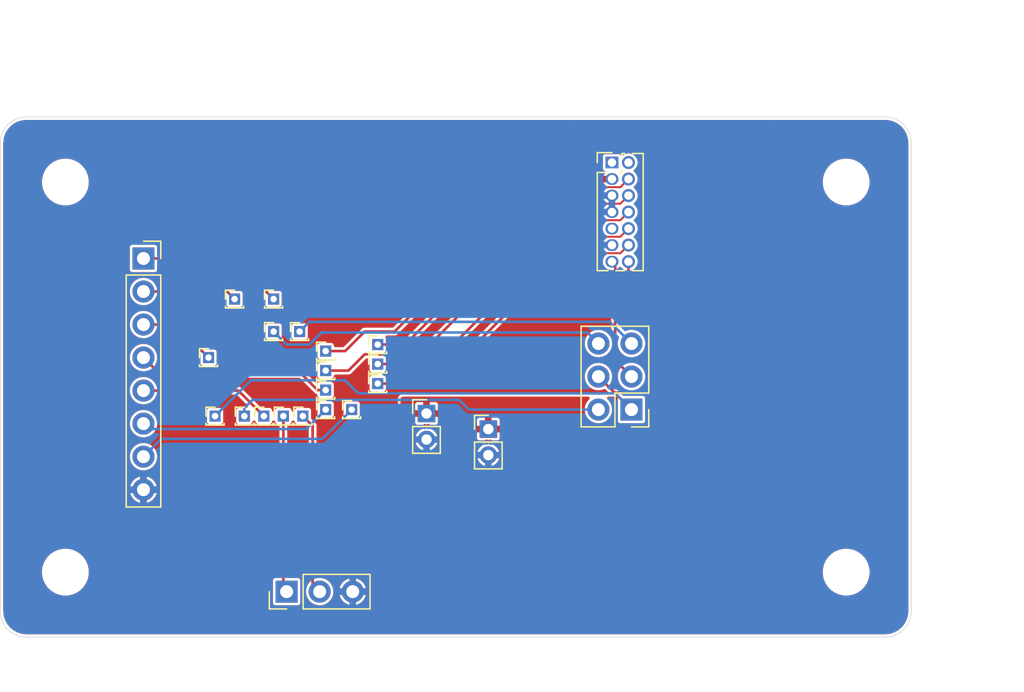
<source format=kicad_pcb>
(kicad_pcb (version 20171130) (host pcbnew 5.1.6-c6e7f7d~87~ubuntu18.04.1)
  (title_block (title SKnob) (date 2020-08-02) (rev 1.0) (company bozica.co) (comment 1 "Luis Ardila"))
  (layers (0 F.Cu signal) (1 In1.Cu signal) (2 In2.Cu signal) (31 B.Cu signal) (34 B.Paste user) (35 F.Paste user) (36 B.SilkS user) (37 F.SilkS user) (38 B.Mask user) (39 F.Mask user) (44 Edge.Cuts user))
  (net 0 "")
  (net 1 GND)
  (net 2 /T_VCP_TX)
  (net 3 /T_VCP_RX)
  (net 4 /T_NRST)
  (net 5 /T_JTDI-NC)
  (net 6 /T_JTDO-T_SWO)
  (net 7 /T_JCLK-T_SWCLK)
  (net 8 /T_JTMS-T_SWDIO)
  (net 9 /LP_UART_TX)
  (net 10 /USART_TX)
  (net 11 /USART_RX)
  (net 12 /LP_UART_RX)
  (net 13 /SCL)
  (net 14 /SDA)
  (net 15 "Net-(J4-Pad7)")
  (net 16 "Net-(J4-Pad6)")
  (net 17 "Net-(J4-Pad5)")
  (net 18 "Net-(J4-Pad4)")
  (net 19 "Net-(J4-Pad3)")
  (net 20 "Net-(J4-Pad2)")
  (net 21 "Net-(J4-Pad1)")
  (net 22 +3V3)
  (module SKnob:bozica.co (layer B.Cu) (at 181 90)
    (fp_text reference QR***** hide)
    (fp_text value bozica.co hide)
  )
  (module Connector_PinHeader_2.00mm:PinHeader_1x02_P2.00mm_Vertical (layer F.Cu) (at 157.5 94)
    (fp_text reference J6)
    (fp_text value Conn_01x02_Male)
    (fp_line (start -1.06 -1.06) (end 0 -1.06) (layer F.SilkS) (width 0.12))
    (fp_line (start -1.06 0) (end -1.06 -1.06) (layer F.SilkS) (width 0.12))
    (fp_line (start -1.06 1) (end 1.06 1) (layer F.SilkS) (width 0.12))
    (fp_line (start 1.06 1) (end 1.06 3.06) (layer F.SilkS) (width 0.12))
    (fp_line (start -1.06 1) (end -1.06 3.06) (layer F.SilkS) (width 0.12))
    (fp_line (start -1.06 3.06) (end 1.06 3.06) (layer F.SilkS) (width 0.12))
    (pad 1 thru_hole rect (at 0 0) (size 1.35 1.35) (drill 0.8) (layers *.Cu *.Mask) (net 22 +3V3))
    (pad 2 thru_hole oval (at 0 2) (size 1.35 1.35) (drill 0.8) (layers *.Cu *.Mask) (net 1 GND))
  )
  (module Connector_PinHeader_2.00mm:PinHeader_1x02_P2.00mm_Vertical (layer F.Cu) (at 152.75 92.8)
    (fp_text reference J5)
    (fp_text value Conn_01x02_Male)
    (fp_line (start -1.06 -1.06) (end 0 -1.06) (layer F.SilkS) (width 0.12))
    (fp_line (start -1.06 0) (end -1.06 -1.06) (layer F.SilkS) (width 0.12))
    (fp_line (start -1.06 1) (end 1.06 1) (layer F.SilkS) (width 0.12))
    (fp_line (start 1.06 1) (end 1.06 3.06) (layer F.SilkS) (width 0.12))
    (fp_line (start -1.06 1) (end -1.06 3.06) (layer F.SilkS) (width 0.12))
    (fp_line (start -1.06 3.06) (end 1.06 3.06) (layer F.SilkS) (width 0.12))
    (pad 1 thru_hole rect (at 0 0) (size 1.35 1.35) (drill 0.8) (layers *.Cu *.Mask) (net 22 +3V3))
    (pad 2 thru_hole oval (at 0 2) (size 1.35 1.35) (drill 0.8) (layers *.Cu *.Mask) (net 1 GND))
  )
  (module Connector_PinHeader_1.27mm:PinHeader_2x07_P1.27mm_Vertical (layer F.Cu) (at 167 73.5)
    (fp_text reference J1)
    (fp_text value Conn_02x07_Odd_Even)
    (fp_line (start -1.13 -0.76) (end 0 -0.76) (layer F.SilkS) (width 0.12))
    (fp_line (start -1.13 0) (end -1.13 -0.76) (layer F.SilkS) (width 0.12))
    (fp_line (start 1.57753 -0.695) (end 2.4 -0.695) (layer F.SilkS) (width 0.12))
    (fp_line (start 0.76 -0.695) (end 0.96247 -0.695) (layer F.SilkS) (width 0.12))
    (fp_line (start 0.76 -0.563471) (end 0.76 -0.695) (layer F.SilkS) (width 0.12))
    (fp_line (start 0.76 0.706529) (end 0.76 0.563471) (layer F.SilkS) (width 0.12))
    (fp_line (start 0.563471 0.76) (end 0.706529 0.76) (layer F.SilkS) (width 0.12))
    (fp_line (start -1.13 0.76) (end -0.563471 0.76) (layer F.SilkS) (width 0.12))
    (fp_line (start 2.4 -0.695) (end 2.4 8.315) (layer F.SilkS) (width 0.12))
    (fp_line (start -1.13 0.76) (end -1.13 8.315) (layer F.SilkS) (width 0.12))
    (fp_line (start 0.30753 8.315) (end 0.96247 8.315) (layer F.SilkS) (width 0.12))
    (fp_line (start 1.57753 8.315) (end 2.4 8.315) (layer F.SilkS) (width 0.12))
    (fp_line (start -1.13 8.315) (end -0.30753 8.315) (layer F.SilkS) (width 0.12))
    (pad 1 thru_hole rect (at 0 0) (size 1 0.9) (drill 0.65) (layers *.Cu *.Mask))
    (pad 2 thru_hole oval (at 1.27 0) (size 1 1) (drill 0.65) (layers *.Cu *.Mask))
    (pad 3 thru_hole oval (at 0 1.27) (size 1 0.9) (drill 0.65) (layers *.Cu *.Mask) (net 22 +3V3))
    (pad 4 thru_hole oval (at 1.27 1.27) (size 1 1) (drill 0.65) (layers *.Cu *.Mask) (net 8 /T_JTMS-T_SWDIO))
    (pad 5 thru_hole oval (at 0 2.54) (size 1 0.9) (drill 0.65) (layers *.Cu *.Mask) (net 1 GND))
    (pad 6 thru_hole oval (at 1.27 2.54) (size 1 1) (drill 0.65) (layers *.Cu *.Mask) (net 7 /T_JCLK-T_SWCLK))
    (pad 7 thru_hole oval (at 0 3.81) (size 1 0.9) (drill 0.65) (layers *.Cu *.Mask) (net 1 GND))
    (pad 8 thru_hole oval (at 1.27 3.81) (size 1 1) (drill 0.65) (layers *.Cu *.Mask) (net 6 /T_JTDO-T_SWO))
    (pad 9 thru_hole oval (at 0 5.08) (size 1 0.9) (drill 0.65) (layers *.Cu *.Mask))
    (pad 10 thru_hole oval (at 1.27 5.08) (size 1 1) (drill 0.65) (layers *.Cu *.Mask) (net 5 /T_JTDI-NC))
    (pad 11 thru_hole oval (at 0 6.35) (size 1 0.9) (drill 0.65) (layers *.Cu *.Mask) (net 1 GND))
    (pad 12 thru_hole oval (at 1.27 6.35) (size 1 1) (drill 0.65) (layers *.Cu *.Mask) (net 4 /T_NRST))
    (pad 13 thru_hole oval (at 0 7.62) (size 1 0.9) (drill 0.65) (layers *.Cu *.Mask) (net 3 /T_VCP_RX))
    (pad 14 thru_hole oval (at 1.27 7.62) (size 1 1) (drill 0.65) (layers *.Cu *.Mask) (net 2 /T_VCP_TX))
  )
  (module Connector_PinHeader_1.00mm:PinHeader_1x01_P1.00mm_Vertical (layer F.Cu) (at 147 92.5)
    (fp_text reference TP19)
    (fp_text value P13-0123‎)
    (fp_line (start -0.695 0.685) (end 0.695 0.685) (layer F.SilkS) (width 0.12))
    (fp_line (start -0.695 0.685) (end -0.695 0.56) (layer F.SilkS) (width 0.12))
    (fp_line (start 0.695 0.685) (end 0.695 0.56) (layer F.SilkS) (width 0.12))
    (fp_line (start -0.695 0.685) (end -0.608276 0.685) (layer F.SilkS) (width 0.12))
    (fp_line (start 0.608276 0.685) (end 0.695 0.685) (layer F.SilkS) (width 0.12))
    (fp_line (start -0.695 0) (end -0.695 -0.685) (layer F.SilkS) (width 0.12))
    (fp_line (start -0.695 -0.685) (end 0 -0.685) (layer F.SilkS) (width 0.12))
    (pad 1 thru_hole rect (at 0 0) (size 0.85 0.85) (drill 0.5) (layers *.Cu *.Mask) (net 15 "Net-(J4-Pad7)"))
  )
  (module Connector_PinHeader_1.00mm:PinHeader_1x01_P1.00mm_Vertical (layer F.Cu) (at 145 92.5)
    (fp_text reference TP18)
    (fp_text value P13-0123‎)
    (fp_line (start -0.695 0.685) (end 0.695 0.685) (layer F.SilkS) (width 0.12))
    (fp_line (start -0.695 0.685) (end -0.695 0.56) (layer F.SilkS) (width 0.12))
    (fp_line (start 0.695 0.685) (end 0.695 0.56) (layer F.SilkS) (width 0.12))
    (fp_line (start -0.695 0.685) (end -0.608276 0.685) (layer F.SilkS) (width 0.12))
    (fp_line (start 0.608276 0.685) (end 0.695 0.685) (layer F.SilkS) (width 0.12))
    (fp_line (start -0.695 0) (end -0.695 -0.685) (layer F.SilkS) (width 0.12))
    (fp_line (start -0.695 -0.685) (end 0 -0.685) (layer F.SilkS) (width 0.12))
    (pad 1 thru_hole rect (at 0 0) (size 0.85 0.85) (drill 0.5) (layers *.Cu *.Mask) (net 16 "Net-(J4-Pad6)"))
  )
  (module Connector_PinHeader_1.00mm:PinHeader_1x01_P1.00mm_Vertical (layer F.Cu) (at 140.25 93)
    (fp_text reference TP17)
    (fp_text value P13-0123‎)
    (fp_line (start -0.695 0.685) (end 0.695 0.685) (layer F.SilkS) (width 0.12))
    (fp_line (start -0.695 0.685) (end -0.695 0.56) (layer F.SilkS) (width 0.12))
    (fp_line (start 0.695 0.685) (end 0.695 0.56) (layer F.SilkS) (width 0.12))
    (fp_line (start -0.695 0.685) (end -0.608276 0.685) (layer F.SilkS) (width 0.12))
    (fp_line (start 0.608276 0.685) (end 0.695 0.685) (layer F.SilkS) (width 0.12))
    (fp_line (start -0.695 0) (end -0.695 -0.685) (layer F.SilkS) (width 0.12))
    (fp_line (start -0.695 -0.685) (end 0 -0.685) (layer F.SilkS) (width 0.12))
    (pad 1 thru_hole rect (at 0 0) (size 0.85 0.85) (drill 0.5) (layers *.Cu *.Mask) (net 17 "Net-(J4-Pad5)"))
  )
  (module Connector_PinHeader_1.00mm:PinHeader_1x01_P1.00mm_Vertical (layer F.Cu) (at 145 91)
    (fp_text reference TP16)
    (fp_text value P13-0123‎)
    (fp_line (start -0.695 0.685) (end 0.695 0.685) (layer F.SilkS) (width 0.12))
    (fp_line (start -0.695 0.685) (end -0.695 0.56) (layer F.SilkS) (width 0.12))
    (fp_line (start 0.695 0.685) (end 0.695 0.56) (layer F.SilkS) (width 0.12))
    (fp_line (start -0.695 0.685) (end -0.608276 0.685) (layer F.SilkS) (width 0.12))
    (fp_line (start 0.608276 0.685) (end 0.695 0.685) (layer F.SilkS) (width 0.12))
    (fp_line (start -0.695 0) (end -0.695 -0.685) (layer F.SilkS) (width 0.12))
    (fp_line (start -0.695 -0.685) (end 0 -0.685) (layer F.SilkS) (width 0.12))
    (pad 1 thru_hole rect (at 0 0) (size 0.85 0.85) (drill 0.5) (layers *.Cu *.Mask) (net 18 "Net-(J4-Pad4)"))
  )
  (module Connector_PinHeader_1.00mm:PinHeader_1x01_P1.00mm_Vertical (layer F.Cu) (at 136 88.5)
    (fp_text reference TP15)
    (fp_text value P13-0123‎)
    (fp_line (start -0.695 0.685) (end 0.695 0.685) (layer F.SilkS) (width 0.12))
    (fp_line (start -0.695 0.685) (end -0.695 0.56) (layer F.SilkS) (width 0.12))
    (fp_line (start 0.695 0.685) (end 0.695 0.56) (layer F.SilkS) (width 0.12))
    (fp_line (start -0.695 0.685) (end -0.608276 0.685) (layer F.SilkS) (width 0.12))
    (fp_line (start 0.608276 0.685) (end 0.695 0.685) (layer F.SilkS) (width 0.12))
    (fp_line (start -0.695 0) (end -0.695 -0.685) (layer F.SilkS) (width 0.12))
    (fp_line (start -0.695 -0.685) (end 0 -0.685) (layer F.SilkS) (width 0.12))
    (pad 1 thru_hole rect (at 0 0) (size 0.85 0.85) (drill 0.5) (layers *.Cu *.Mask) (net 19 "Net-(J4-Pad3)"))
  )
  (module Connector_PinHeader_1.00mm:PinHeader_1x01_P1.00mm_Vertical (layer F.Cu) (at 138 84)
    (fp_text reference TP14)
    (fp_text value P13-0123‎)
    (fp_line (start -0.695 0.685) (end 0.695 0.685) (layer F.SilkS) (width 0.12))
    (fp_line (start -0.695 0.685) (end -0.695 0.56) (layer F.SilkS) (width 0.12))
    (fp_line (start 0.695 0.685) (end 0.695 0.56) (layer F.SilkS) (width 0.12))
    (fp_line (start -0.695 0.685) (end -0.608276 0.685) (layer F.SilkS) (width 0.12))
    (fp_line (start 0.608276 0.685) (end 0.695 0.685) (layer F.SilkS) (width 0.12))
    (fp_line (start -0.695 0) (end -0.695 -0.685) (layer F.SilkS) (width 0.12))
    (fp_line (start -0.695 -0.685) (end 0 -0.685) (layer F.SilkS) (width 0.12))
    (pad 1 thru_hole rect (at 0 0) (size 0.85 0.85) (drill 0.5) (layers *.Cu *.Mask) (net 20 "Net-(J4-Pad2)"))
  )
  (module Connector_PinHeader_1.00mm:PinHeader_1x01_P1.00mm_Vertical (layer F.Cu) (at 141 84)
    (fp_text reference TP13)
    (fp_text value P13-0123‎)
    (fp_line (start -0.695 0.685) (end 0.695 0.685) (layer F.SilkS) (width 0.12))
    (fp_line (start -0.695 0.685) (end -0.695 0.56) (layer F.SilkS) (width 0.12))
    (fp_line (start 0.695 0.685) (end 0.695 0.56) (layer F.SilkS) (width 0.12))
    (fp_line (start -0.695 0.685) (end -0.608276 0.685) (layer F.SilkS) (width 0.12))
    (fp_line (start 0.608276 0.685) (end 0.695 0.685) (layer F.SilkS) (width 0.12))
    (fp_line (start -0.695 0) (end -0.695 -0.685) (layer F.SilkS) (width 0.12))
    (fp_line (start -0.695 -0.685) (end 0 -0.685) (layer F.SilkS) (width 0.12))
    (pad 1 thru_hole rect (at 0 0) (size 0.85 0.85) (drill 0.5) (layers *.Cu *.Mask) (net 21 "Net-(J4-Pad1)"))
  )
  (module Connector_PinSocket_2.54mm:PinSocket_1x08_P2.54mm_Vertical (layer F.Cu) (at 131 80.88)
    (fp_text reference J4)
    (fp_text value Conn_01x08_Female)
    (fp_line (start -1.33 1.27) (end 1.33 1.27) (layer F.SilkS) (width 0.12))
    (fp_line (start -1.33 1.27) (end -1.33 19.11) (layer F.SilkS) (width 0.12))
    (fp_line (start -1.33 19.11) (end 1.33 19.11) (layer F.SilkS) (width 0.12))
    (fp_line (start 1.33 1.27) (end 1.33 19.11) (layer F.SilkS) (width 0.12))
    (fp_line (start 1.33 -1.33) (end 1.33 0) (layer F.SilkS) (width 0.12))
    (fp_line (start 0 -1.33) (end 1.33 -1.33) (layer F.SilkS) (width 0.12))
    (pad 8 thru_hole oval (at 0 17.78) (size 1.7 1.7) (drill 1) (layers *.Cu *.Mask) (net 1 GND))
    (pad 7 thru_hole oval (at 0 15.24) (size 1.7 1.7) (drill 1) (layers *.Cu *.Mask) (net 15 "Net-(J4-Pad7)"))
    (pad 6 thru_hole oval (at 0 12.7) (size 1.7 1.7) (drill 1) (layers *.Cu *.Mask) (net 16 "Net-(J4-Pad6)"))
    (pad 5 thru_hole oval (at 0 10.16) (size 1.7 1.7) (drill 1) (layers *.Cu *.Mask) (net 17 "Net-(J4-Pad5)"))
    (pad 4 thru_hole oval (at 0 7.62) (size 1.7 1.7) (drill 1) (layers *.Cu *.Mask) (net 18 "Net-(J4-Pad4)"))
    (pad 3 thru_hole oval (at 0 5.08) (size 1.7 1.7) (drill 1) (layers *.Cu *.Mask) (net 19 "Net-(J4-Pad3)"))
    (pad 2 thru_hole oval (at 0 2.54) (size 1.7 1.7) (drill 1) (layers *.Cu *.Mask) (net 20 "Net-(J4-Pad2)"))
    (pad 1 thru_hole rect (at 0 0) (size 1.7 1.7) (drill 1) (layers *.Cu *.Mask) (net 21 "Net-(J4-Pad1)"))
  )
  (module Connector_PinHeader_2.54mm:PinHeader_2x03_P2.54mm_Vertical (layer F.Cu) (at 168.5 92.5 180)
    (fp_text reference J2)
    (fp_text value Conn_02x03_Odd_Even)
    (fp_line (start -1.33 6.41) (end 3.87 6.41) (layer F.SilkS) (width 0.12))
    (fp_line (start -1.33 1.27) (end -1.33 6.41) (layer F.SilkS) (width 0.12))
    (fp_line (start 3.87 -1.33) (end 3.87 6.41) (layer F.SilkS) (width 0.12))
    (fp_line (start -1.33 1.27) (end 1.27 1.27) (layer F.SilkS) (width 0.12))
    (fp_line (start 1.27 1.27) (end 1.27 -1.33) (layer F.SilkS) (width 0.12))
    (fp_line (start 1.27 -1.33) (end 3.87 -1.33) (layer F.SilkS) (width 0.12))
    (fp_line (start -1.33 0) (end -1.33 -1.33) (layer F.SilkS) (width 0.12))
    (fp_line (start -1.33 -1.33) (end 0 -1.33) (layer F.SilkS) (width 0.12))
    (pad 6 thru_hole oval (at 2.54 5.08 180) (size 1.7 1.7) (drill 1) (layers *.Cu *.Mask) (net 10 /USART_TX))
    (pad 5 thru_hole oval (at 0 5.08 180) (size 1.7 1.7) (drill 1) (layers *.Cu *.Mask) (net 11 /USART_RX))
    (pad 4 thru_hole oval (at 2.54 2.54 180) (size 1.7 1.7) (drill 1) (layers *.Cu *.Mask) (net 2 /T_VCP_TX))
    (pad 3 thru_hole oval (at 0 2.54 180) (size 1.7 1.7) (drill 1) (layers *.Cu *.Mask) (net 3 /T_VCP_RX))
    (pad 2 thru_hole oval (at 2.54 0 180) (size 1.7 1.7) (drill 1) (layers *.Cu *.Mask) (net 9 /LP_UART_TX))
    (pad 1 thru_hole rect (at 0 0 180) (size 1.7 1.7) (drill 1) (layers *.Cu *.Mask) (net 12 /LP_UART_RX))
  )
  (module Connector_PinHeader_1.00mm:PinHeader_1x01_P1.00mm_Vertical (layer F.Cu) (at 143.25 93)
    (fp_text reference TP12)
    (fp_text value P13-0123‎)
    (fp_line (start -0.695 0.685) (end 0.695 0.685) (layer F.SilkS) (width 0.12))
    (fp_line (start -0.695 0.685) (end -0.695 0.56) (layer F.SilkS) (width 0.12))
    (fp_line (start 0.695 0.685) (end 0.695 0.56) (layer F.SilkS) (width 0.12))
    (fp_line (start -0.695 0.685) (end -0.608276 0.685) (layer F.SilkS) (width 0.12))
    (fp_line (start 0.608276 0.685) (end 0.695 0.685) (layer F.SilkS) (width 0.12))
    (fp_line (start -0.695 0) (end -0.695 -0.685) (layer F.SilkS) (width 0.12))
    (fp_line (start -0.695 -0.685) (end 0 -0.685) (layer F.SilkS) (width 0.12))
    (pad 1 thru_hole rect (at 0 0) (size 0.85 0.85) (drill 0.5) (layers *.Cu *.Mask) (net 13 /SCL))
  )
  (module Connector_PinHeader_1.00mm:PinHeader_1x01_P1.00mm_Vertical (layer F.Cu) (at 141.75 93)
    (fp_text reference TP11)
    (fp_text value P13-0123‎)
    (fp_line (start -0.695 0.685) (end 0.695 0.685) (layer F.SilkS) (width 0.12))
    (fp_line (start -0.695 0.685) (end -0.695 0.56) (layer F.SilkS) (width 0.12))
    (fp_line (start 0.695 0.685) (end 0.695 0.56) (layer F.SilkS) (width 0.12))
    (fp_line (start -0.695 0.685) (end -0.608276 0.685) (layer F.SilkS) (width 0.12))
    (fp_line (start 0.608276 0.685) (end 0.695 0.685) (layer F.SilkS) (width 0.12))
    (fp_line (start -0.695 0) (end -0.695 -0.685) (layer F.SilkS) (width 0.12))
    (fp_line (start -0.695 -0.685) (end 0 -0.685) (layer F.SilkS) (width 0.12))
    (pad 1 thru_hole rect (at 0 0) (size 0.85 0.85) (drill 0.5) (layers *.Cu *.Mask) (net 14 /SDA))
  )
  (module Connector_PinHeader_1.00mm:PinHeader_1x01_P1.00mm_Vertical (layer F.Cu) (at 149 90.5)
    (fp_text reference TP10)
    (fp_text value P13-0123‎)
    (fp_line (start -0.695 0.685) (end 0.695 0.685) (layer F.SilkS) (width 0.12))
    (fp_line (start -0.695 0.685) (end -0.695 0.56) (layer F.SilkS) (width 0.12))
    (fp_line (start 0.695 0.685) (end 0.695 0.56) (layer F.SilkS) (width 0.12))
    (fp_line (start -0.695 0.685) (end -0.608276 0.685) (layer F.SilkS) (width 0.12))
    (fp_line (start 0.608276 0.685) (end 0.695 0.685) (layer F.SilkS) (width 0.12))
    (fp_line (start -0.695 0) (end -0.695 -0.685) (layer F.SilkS) (width 0.12))
    (fp_line (start -0.695 -0.685) (end 0 -0.685) (layer F.SilkS) (width 0.12))
    (pad 1 thru_hole rect (at 0 0) (size 0.85 0.85) (drill 0.5) (layers *.Cu *.Mask) (net 4 /T_NRST))
  )
  (module Connector_PinHeader_1.00mm:PinHeader_1x01_P1.00mm_Vertical (layer F.Cu) (at 149 89)
    (fp_text reference TP9)
    (fp_text value P13-0123‎)
    (fp_line (start -0.695 0.685) (end 0.695 0.685) (layer F.SilkS) (width 0.12))
    (fp_line (start -0.695 0.685) (end -0.695 0.56) (layer F.SilkS) (width 0.12))
    (fp_line (start 0.695 0.685) (end 0.695 0.56) (layer F.SilkS) (width 0.12))
    (fp_line (start -0.695 0.685) (end -0.608276 0.685) (layer F.SilkS) (width 0.12))
    (fp_line (start 0.608276 0.685) (end 0.695 0.685) (layer F.SilkS) (width 0.12))
    (fp_line (start -0.695 0) (end -0.695 -0.685) (layer F.SilkS) (width 0.12))
    (fp_line (start -0.695 -0.685) (end 0 -0.685) (layer F.SilkS) (width 0.12))
    (pad 1 thru_hole rect (at 0 0) (size 0.85 0.85) (drill 0.5) (layers *.Cu *.Mask) (net 5 /T_JTDI-NC))
  )
  (module Connector_PinHeader_1.00mm:PinHeader_1x01_P1.00mm_Vertical (layer F.Cu) (at 145 89.5)
    (fp_text reference TP8)
    (fp_text value P13-0123‎)
    (fp_line (start -0.695 0.685) (end 0.695 0.685) (layer F.SilkS) (width 0.12))
    (fp_line (start -0.695 0.685) (end -0.695 0.56) (layer F.SilkS) (width 0.12))
    (fp_line (start 0.695 0.685) (end 0.695 0.56) (layer F.SilkS) (width 0.12))
    (fp_line (start -0.695 0.685) (end -0.608276 0.685) (layer F.SilkS) (width 0.12))
    (fp_line (start 0.608276 0.685) (end 0.695 0.685) (layer F.SilkS) (width 0.12))
    (fp_line (start -0.695 0) (end -0.695 -0.685) (layer F.SilkS) (width 0.12))
    (fp_line (start -0.695 -0.685) (end 0 -0.685) (layer F.SilkS) (width 0.12))
    (pad 1 thru_hole rect (at 0 0) (size 0.85 0.85) (drill 0.5) (layers *.Cu *.Mask) (net 6 /T_JTDO-T_SWO))
  )
  (module Connector_PinHeader_1.00mm:PinHeader_1x01_P1.00mm_Vertical (layer F.Cu) (at 149 87.5)
    (fp_text reference TP7)
    (fp_text value P13-0123‎)
    (fp_line (start -0.695 0.685) (end 0.695 0.685) (layer F.SilkS) (width 0.12))
    (fp_line (start -0.695 0.685) (end -0.695 0.56) (layer F.SilkS) (width 0.12))
    (fp_line (start 0.695 0.685) (end 0.695 0.56) (layer F.SilkS) (width 0.12))
    (fp_line (start -0.695 0.685) (end -0.608276 0.685) (layer F.SilkS) (width 0.12))
    (fp_line (start 0.608276 0.685) (end 0.695 0.685) (layer F.SilkS) (width 0.12))
    (fp_line (start -0.695 0) (end -0.695 -0.685) (layer F.SilkS) (width 0.12))
    (fp_line (start -0.695 -0.685) (end 0 -0.685) (layer F.SilkS) (width 0.12))
    (pad 1 thru_hole rect (at 0 0) (size 0.85 0.85) (drill 0.5) (layers *.Cu *.Mask) (net 7 /T_JCLK-T_SWCLK))
  )
  (module Connector_PinHeader_1.00mm:PinHeader_1x01_P1.00mm_Vertical (layer F.Cu) (at 145 88)
    (fp_text reference TP6)
    (fp_text value P13-0123‎)
    (fp_line (start -0.695 0.685) (end 0.695 0.685) (layer F.SilkS) (width 0.12))
    (fp_line (start -0.695 0.685) (end -0.695 0.56) (layer F.SilkS) (width 0.12))
    (fp_line (start 0.695 0.685) (end 0.695 0.56) (layer F.SilkS) (width 0.12))
    (fp_line (start -0.695 0.685) (end -0.608276 0.685) (layer F.SilkS) (width 0.12))
    (fp_line (start 0.608276 0.685) (end 0.695 0.685) (layer F.SilkS) (width 0.12))
    (fp_line (start -0.695 0) (end -0.695 -0.685) (layer F.SilkS) (width 0.12))
    (fp_line (start -0.695 -0.685) (end 0 -0.685) (layer F.SilkS) (width 0.12))
    (pad 1 thru_hole rect (at 0 0) (size 0.85 0.85) (drill 0.5) (layers *.Cu *.Mask) (net 8 /T_JTMS-T_SWDIO))
  )
  (module Connector_PinHeader_1.00mm:PinHeader_1x01_P1.00mm_Vertical (layer F.Cu) (at 141 86.5)
    (fp_text reference TP5)
    (fp_text value P13-0123‎)
    (fp_line (start -0.695 0.685) (end 0.695 0.685) (layer F.SilkS) (width 0.12))
    (fp_line (start -0.695 0.685) (end -0.695 0.56) (layer F.SilkS) (width 0.12))
    (fp_line (start 0.695 0.685) (end 0.695 0.56) (layer F.SilkS) (width 0.12))
    (fp_line (start -0.695 0.685) (end -0.608276 0.685) (layer F.SilkS) (width 0.12))
    (fp_line (start 0.608276 0.685) (end 0.695 0.685) (layer F.SilkS) (width 0.12))
    (fp_line (start -0.695 0) (end -0.695 -0.685) (layer F.SilkS) (width 0.12))
    (fp_line (start -0.695 -0.685) (end 0 -0.685) (layer F.SilkS) (width 0.12))
    (pad 1 thru_hole rect (at 0 0) (size 0.85 0.85) (drill 0.5) (layers *.Cu *.Mask) (net 10 /USART_TX))
  )
  (module Connector_PinHeader_1.00mm:PinHeader_1x01_P1.00mm_Vertical (layer F.Cu) (at 138.75 93)
    (fp_text reference TP4)
    (fp_text value P13-0123‎)
    (fp_line (start -0.695 0.685) (end 0.695 0.685) (layer F.SilkS) (width 0.12))
    (fp_line (start -0.695 0.685) (end -0.695 0.56) (layer F.SilkS) (width 0.12))
    (fp_line (start 0.695 0.685) (end 0.695 0.56) (layer F.SilkS) (width 0.12))
    (fp_line (start -0.695 0.685) (end -0.608276 0.685) (layer F.SilkS) (width 0.12))
    (fp_line (start 0.608276 0.685) (end 0.695 0.685) (layer F.SilkS) (width 0.12))
    (fp_line (start -0.695 0) (end -0.695 -0.685) (layer F.SilkS) (width 0.12))
    (fp_line (start -0.695 -0.685) (end 0 -0.685) (layer F.SilkS) (width 0.12))
    (pad 1 thru_hole rect (at 0 0) (size 0.85 0.85) (drill 0.5) (layers *.Cu *.Mask) (net 9 /LP_UART_TX))
  )
  (module Connector_PinHeader_1.00mm:PinHeader_1x01_P1.00mm_Vertical (layer F.Cu) (at 143 86.5)
    (fp_text reference TP3)
    (fp_text value P13-0123‎)
    (fp_line (start -0.695 0.685) (end 0.695 0.685) (layer F.SilkS) (width 0.12))
    (fp_line (start -0.695 0.685) (end -0.695 0.56) (layer F.SilkS) (width 0.12))
    (fp_line (start 0.695 0.685) (end 0.695 0.56) (layer F.SilkS) (width 0.12))
    (fp_line (start -0.695 0.685) (end -0.608276 0.685) (layer F.SilkS) (width 0.12))
    (fp_line (start 0.608276 0.685) (end 0.695 0.685) (layer F.SilkS) (width 0.12))
    (fp_line (start -0.695 0) (end -0.695 -0.685) (layer F.SilkS) (width 0.12))
    (fp_line (start -0.695 -0.685) (end 0 -0.685) (layer F.SilkS) (width 0.12))
    (pad 1 thru_hole rect (at 0 0) (size 0.85 0.85) (drill 0.5) (layers *.Cu *.Mask) (net 11 /USART_RX))
  )
  (module Connector_PinHeader_1.00mm:PinHeader_1x01_P1.00mm_Vertical (layer F.Cu) (at 136.5 93)
    (fp_text reference TP2)
    (fp_text value P13-0123‎)
    (fp_line (start -0.695 0.685) (end 0.695 0.685) (layer F.SilkS) (width 0.12))
    (fp_line (start -0.695 0.685) (end -0.695 0.56) (layer F.SilkS) (width 0.12))
    (fp_line (start 0.695 0.685) (end 0.695 0.56) (layer F.SilkS) (width 0.12))
    (fp_line (start -0.695 0.685) (end -0.608276 0.685) (layer F.SilkS) (width 0.12))
    (fp_line (start 0.608276 0.685) (end 0.695 0.685) (layer F.SilkS) (width 0.12))
    (fp_line (start -0.695 0) (end -0.695 -0.685) (layer F.SilkS) (width 0.12))
    (fp_line (start -0.695 -0.685) (end 0 -0.685) (layer F.SilkS) (width 0.12))
    (pad 1 thru_hole rect (at 0 0) (size 0.85 0.85) (drill 0.5) (layers *.Cu *.Mask) (net 12 /LP_UART_RX))
  )
  (module Connector_PinHeader_2.54mm:PinHeader_1x03_P2.54mm_Vertical (layer F.Cu) (at 142 106.5 90)
    (fp_text reference J3)
    (fp_text value Conn_01x03_Female)
    (fp_line (start -1.33 6.41) (end 1.33 6.41) (layer F.SilkS) (width 0.12))
    (fp_line (start -1.33 1.27) (end -1.33 6.41) (layer F.SilkS) (width 0.12))
    (fp_line (start 1.33 1.27) (end 1.33 6.41) (layer F.SilkS) (width 0.12))
    (fp_line (start -1.33 1.27) (end 1.33 1.27) (layer F.SilkS) (width 0.12))
    (fp_line (start -1.33 0) (end -1.33 -1.33) (layer F.SilkS) (width 0.12))
    (fp_line (start -1.33 -1.33) (end 0 -1.33) (layer F.SilkS) (width 0.12))
    (pad 3 thru_hole oval (at 0 5.08 90) (size 1.7 1.7) (drill 1) (layers *.Cu *.Mask) (net 1 GND))
    (pad 2 thru_hole oval (at 0 2.54 90) (size 1.7 1.7) (drill 1) (layers *.Cu *.Mask) (net 13 /SCL))
    (pad 1 thru_hole rect (at 0 0 90) (size 1.7 1.7) (drill 1) (layers *.Cu *.Mask) (net 14 /SDA))
  )
  (module MountingHole:MountingHole_3.2mm_M3 (layer F.Cu) (at 185 105)
    (fp_text reference H4)
    (fp_text value M3)
    (pad 1 np_thru_hole circle (at 0 0) (size 3.2 3.2) (drill 3.2) (layers *.Cu *.Mask))
  )
  (module MountingHole:MountingHole_3.2mm_M3 (layer F.Cu) (at 185 75)
    (fp_text reference H3)
    (fp_text value M3)
    (pad 1 np_thru_hole circle (at 0 0) (size 3.2 3.2) (drill 3.2) (layers *.Cu *.Mask))
  )
  (module MountingHole:MountingHole_3.2mm_M3 (layer F.Cu) (at 125 105)
    (fp_text reference H2)
    (fp_text value M3)
    (pad 1 np_thru_hole circle (at 0 0) (size 3.2 3.2) (drill 3.2) (layers *.Cu *.Mask))
  )
  (module MountingHole:MountingHole_3.2mm_M3 (layer F.Cu) (at 125 75)
    (fp_text reference H1)
    (fp_text value M3)
    (pad 1 np_thru_hole circle (at 0 0) (size 3.2 3.2) (drill 3.2) (layers *.Cu *.Mask))
  )
  (gr_arc (start 122 72) (end 122 70) (angle -90) (layer Edge.Cuts) (width 0.05))
  (gr_arc (start 122 108) (end 120 108) (angle -90) (layer Edge.Cuts) (width 0.05))
  (gr_arc (start 188 108) (end 188 110) (angle -90) (layer Edge.Cuts) (width 0.05))
  (gr_arc (start 188 72) (end 190 72) (angle -90) (layer Edge.Cuts) (width 0.05))
  (gr_line (start 120 108) (end 120 72) (layer Edge.Cuts) (width 0.05))
  (gr_line (start 188 110) (end 122 110) (layer Edge.Cuts) (width 0.05))
  (gr_line (start 190 72) (end 190 108) (layer Edge.Cuts) (width 0.05))
  (gr_line (start 122 70) (end 188 70) (layer Edge.Cuts) (width 0.05))
  (segment (start 168.27 81.12) (end 168.27 82.97) (width 0.2) (layer F.Cu) (net 2))
  (segment (start 168.27 82.97) (end 170.3 85) (width 0.2) (layer F.Cu) (net 2))
  (segment (start 170.3 85) (end 170.3 90.6) (width 0.2) (layer F.Cu) (net 2))
  (segment (start 170.3 90.6) (end 169.7 91.2) (width 0.2) (layer F.Cu) (net 2))
  (segment (start 167.2 91.2) (end 165.96 89.96) (width 0.2) (layer F.Cu) (net 2))
  (segment (start 169.7 91.2) (end 167.2 91.2) (width 0.2) (layer F.Cu) (net 2))
  (segment (start 167.25 88.71) (end 168.5 89.96) (width 0.2) (layer F.Cu) (net 3))
  (segment (start 167 81.12) (end 167.25 81.37) (width 0.2) (layer F.Cu) (net 3))
  (segment (start 167.25 81.37) (end 167.25 88.71) (width 0.2) (layer F.Cu) (net 3))
  (segment (start 163.52499 80.47501) (end 153.5 90.5) (width 0.2) (layer F.Cu) (net 4))
  (segment (start 168.27 79.85) (end 167.64499 80.47501) (width 0.15) (layer F.Cu) (net 4))
  (segment (start 167.64499 80.47501) (end 166.47501 80.47501) (width 0.15) (layer F.Cu) (net 4))
  (segment (start 166.47501 80.47501) (end 163.52499 80.47501) (width 0.2) (layer F.Cu) (net 4))
  (segment (start 153.5 90.5) (end 149 90.5) (width 0.2) (layer F.Cu) (net 4))
  (segment (start 167.64499 79.20501) (end 166.5 79.20501) (width 0.15) (layer F.Cu) (net 5))
  (segment (start 168.27 78.58) (end 167.64499 79.20501) (width 0.15) (layer F.Cu) (net 5))
  (segment (start 166.5 79.20501) (end 163.09499 79.20501) (width 0.2) (layer F.Cu) (net 5))
  (segment (start 163.09499 79.20501) (end 153.3 89) (width 0.2) (layer F.Cu) (net 5))
  (segment (start 153.3 89) (end 149 89) (width 0.2) (layer F.Cu) (net 5))
  (segment (start 167.64499 77.93501) (end 166.5 77.93501) (width 0.15) (layer F.Cu) (net 6))
  (segment (start 168.27 77.31) (end 167.64499 77.93501) (width 0.15) (layer F.Cu) (net 6))
  (segment (start 166.5 77.93501) (end 162.56499 77.93501) (width 0.2) (layer F.Cu) (net 6))
  (segment (start 162.56499 77.93501) (end 152.25 88.25) (width 0.2) (layer F.Cu) (net 6))
  (segment (start 152.25 88.25) (end 148 88.25) (width 0.2) (layer F.Cu) (net 6))
  (segment (start 146.75 89.5) (end 145 89.5) (width 0.2) (layer F.Cu) (net 6))
  (segment (start 148 88.25) (end 146.75 89.5) (width 0.2) (layer F.Cu) (net 6))
  (segment (start 166.5 76.66501) (end 161.93499 76.66501) (width 0.2) (layer F.Cu) (net 7))
  (segment (start 161.93499 76.66501) (end 151.1 87.5) (width 0.2) (layer F.Cu) (net 7))
  (segment (start 167.64499 76.66501) (end 166.5 76.66501) (width 0.15) (layer F.Cu) (net 7))
  (segment (start 168.27 76.04) (end 167.64499 76.66501) (width 0.15) (layer F.Cu) (net 7))
  (segment (start 151.1 87.5) (end 149 87.5) (width 0.2) (layer F.Cu) (net 7))
  (segment (start 167.64499 75.39501) (end 166.5 75.39501) (width 0.15) (layer F.Cu) (net 8))
  (segment (start 168.27 74.77) (end 167.64499 75.39501) (width 0.15) (layer F.Cu) (net 8))
  (segment (start 150.3 86.5) (end 148 86.5) (width 0.2) (layer F.Cu) (net 8))
  (segment (start 146.5 88) (end 145 88) (width 0.2) (layer F.Cu) (net 8))
  (segment (start 148 86.5) (end 146.5 88) (width 0.2) (layer F.Cu) (net 8))
  (segment (start 166.5 75.39501) (end 161.40499 75.39501) (width 0.2) (layer F.Cu) (net 8))
  (segment (start 161.40499 75.39501) (end 150.3 86.5) (width 0.2) (layer F.Cu) (net 8))
  (segment (start 156 92.5) (end 165.96 92.5) (width 0.2) (layer B.Cu) (net 9))
  (segment (start 155.25 91.75) (end 156 92.5) (width 0.2) (layer B.Cu) (net 9))
  (segment (start 139.375 91.75) (end 155.25 91.75) (width 0.2) (layer B.Cu) (net 9))
  (segment (start 138.75 93) (end 138.75 92.375) (width 0.2) (layer B.Cu) (net 9))
  (segment (start 138.75 92.375) (end 139.375 91.75) (width 0.2) (layer B.Cu) (net 9))
  (segment (start 143.75 87.5) (end 142 87.5) (width 0.2) (layer B.Cu) (net 10))
  (segment (start 144.679999 86.570001) (end 143.75 87.5) (width 0.2) (layer B.Cu) (net 10))
  (segment (start 142 87.5) (end 141 86.5) (width 0.2) (layer B.Cu) (net 10))
  (segment (start 165.96 87.42) (end 165.110001 86.570001) (width 0.2) (layer B.Cu) (net 10))
  (segment (start 165.110001 86.570001) (end 144.679999 86.570001) (width 0.2) (layer B.Cu) (net 10))
  (segment (start 168.5 87.42) (end 166.83 85.75) (width 0.2) (layer B.Cu) (net 11))
  (segment (start 143.75 85.75) (end 143 86.5) (width 0.2) (layer B.Cu) (net 11))
  (segment (start 166.83 85.75) (end 143.75 85.75) (width 0.2) (layer B.Cu) (net 11))
  (segment (start 139.25 90.25) (end 136.5 93) (width 0.2) (layer B.Cu) (net 12))
  (segment (start 146.5 90.25) (end 139.25 90.25) (width 0.2) (layer B.Cu) (net 12))
  (segment (start 168.5 92.5) (end 167.25 91.25) (width 0.2) (layer B.Cu) (net 12))
  (segment (start 147.5 91.25) (end 146.5 90.25) (width 0.2) (layer B.Cu) (net 12))
  (segment (start 167.25 91.25) (end 147.5 91.25) (width 0.2) (layer B.Cu) (net 12))
  (segment (start 144 105.96) (end 144.54 106.5) (width 0.2) (layer F.Cu) (net 13))
  (segment (start 144 93.75) (end 144 105.96) (width 0.2) (layer F.Cu) (net 13))
  (segment (start 143.25 93) (end 144 93.75) (width 0.2) (layer F.Cu) (net 13))
  (segment (start 141.75 106.25) (end 142 106.5) (width 0.2) (layer F.Cu) (net 14))
  (segment (start 141.75 93) (end 141.75 106.25) (width 0.2) (layer F.Cu) (net 14))
  (segment (start 132.37 94.75) (end 131 96.12) (width 0.2) (layer B.Cu) (net 15))
  (segment (start 147 92.5) (end 144.75 94.75) (width 0.2) (layer B.Cu) (net 15))
  (segment (start 144.75 94.75) (end 132.37 94.75) (width 0.2) (layer B.Cu) (net 15))
  (segment (start 145 92.5) (end 143.5 94) (width 0.2) (layer B.Cu) (net 16))
  (segment (start 131.42 94) (end 131 93.58) (width 0.2) (layer B.Cu) (net 16))
  (segment (start 143.5 94) (end 131.42 94) (width 0.2) (layer B.Cu) (net 16))
  (segment (start 138.29 91.04) (end 140.25 93) (width 0.2) (layer F.Cu) (net 17))
  (segment (start 131 91.04) (end 138.29 91.04) (width 0.2) (layer F.Cu) (net 17))
  (segment (start 143.125 89.75) (end 144.375 91) (width 0.2) (layer F.Cu) (net 18))
  (segment (start 144.375 91) (end 145 91) (width 0.2) (layer F.Cu) (net 18))
  (segment (start 131 88.5) (end 132.25 89.75) (width 0.2) (layer F.Cu) (net 18))
  (segment (start 132.25 89.75) (end 143.125 89.75) (width 0.2) (layer F.Cu) (net 18))
  (segment (start 133.46 85.96) (end 136 88.5) (width 0.2) (layer F.Cu) (net 19))
  (segment (start 131 85.96) (end 133.46 85.96) (width 0.2) (layer F.Cu) (net 19))
  (segment (start 137.42 83.42) (end 138 84) (width 0.2) (layer F.Cu) (net 20))
  (segment (start 131 83.42) (end 137.42 83.42) (width 0.2) (layer F.Cu) (net 20))
  (segment (start 137.88 80.88) (end 141 84) (width 0.2) (layer F.Cu) (net 21))
  (segment (start 137.88 80.88) (end 131 80.88) (width 0.2) (layer F.Cu) (net 21))
  (zone (net 1) (net_name GND) (layer F.Cu) (connect_pads (clearance 0.2)) (min_thickness 0.254) (fill yes (arc_segments 32) (thermal_gap 0.2) (thermal_bridge_width 0.508) (smoothing fillet) (radius 0.2))
    (polygon (pts (xy 190 110) (xy 120 110) (xy 120 70) (xy 190 70)))
  )
  (zone (net 1) (net_name GND) (layer B.Cu) (connect_pads (clearance 0.2)) (min_thickness 0.254) (fill yes (arc_segments 32) (thermal_gap 0.2) (thermal_bridge_width 0.508) (smoothing fillet) (radius 0.2))
    (polygon (pts (xy 190 110) (xy 120 110) (xy 120 70) (xy 190 70)))
  )
  (zone (net 22) (net_name +3V3) (layer F.Cu) (priority 1) (connect_pads (clearance 0.2)) (min_thickness 0.254) (fill yes (arc_segments 32) (thermal_gap 0.2) (thermal_bridge_width 0.508) (smoothing fillet) (radius 0.2))
    (polygon (pts (xy 179 100.5) (xy 150.75 100.5) (xy 150.75 91.5) (xy 171.25 91.5) (xy 171.25 75.5) (xy 164.25 75.5) (xy 164.25 70) (xy 179 70)))
  )
)
</source>
